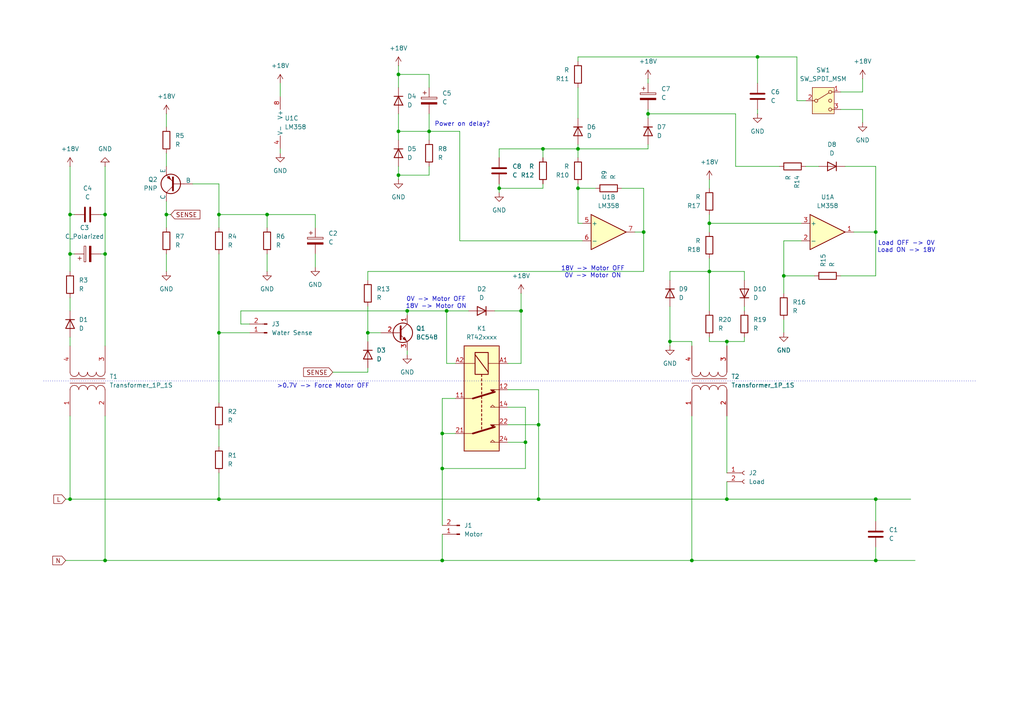
<source format=kicad_sch>
(kicad_sch (version 20231120) (generator "eeschema") (generator_version "8.0")
  (paper "A4")
  (title_block (title "Würth ISS-35s") (date "2024-12-15") (rev "1.0"))
  (lib_symbols
    (symbol "Amplifier_Operational:LM358" (pin_names (offset 0.127))
      (property "Reference" "U" (at 0 5.08 0))
      (property "Value" "LM358" (at 0 -5.08 0))
      (symbol "LM358_1_1"
        (polyline (pts (xy -5.08 5.08) (xy 5.08 0) (xy -5.08 -5.08) (xy -5.08 5.08)) (stroke (width 0.254)) (fill (type background)))
        (pin output line (at 7.62 0 180) (length 2.54) (name "~") (number "1"))
        (pin input line (at -7.62 -2.54 0) (length 2.54) (name "-") (number "2"))
        (pin input line (at -7.62 2.54 0) (length 2.54) (name "+") (number "3"))
      )
      (symbol "LM358_2_1"
        (polyline (pts (xy -5.08 5.08) (xy 5.08 0) (xy -5.08 -5.08) (xy -5.08 5.08)) (stroke (width 0.254)) (fill (type background)))
        (pin input line (at -7.62 2.54 0) (length 2.54) (name "+") (number "5"))
        (pin input line (at -7.62 -2.54 0) (length 2.54) (name "-") (number "6"))
        (pin output line (at 7.62 0 180) (length 2.54) (name "~") (number "7"))
      )
      (symbol "LM358_3_1"
        (pin power_in line (at -2.54 -7.62 90) (length 3.81) (name "V-") (number "4"))
        (pin power_in line (at -2.54 7.62 270) (length 3.81) (name "V+") (number "8"))
      )
    )
    (symbol "Connector:Conn_01x02_Pin" (pin_names (offset 1.016) hide)
      (property "Reference" "J" (at 0 2.54 0))
      (property "Value" "Conn_01x02_Pin" (at 0 -5.08 0))
      (symbol "Conn_01x02_Pin_1_1"
        (polyline (pts (xy 1.27 -2.54) (xy 0.8636 -2.54)) (stroke (width 0.1524)))
        (polyline (pts (xy 1.27 0) (xy 0.8636 0)) (stroke (width 0.1524)))
        (rectangle (start 0.8636 -2.413) (end 0 -2.667) (stroke (width 0.1524)) (fill (type outline)))
        (rectangle (start 0.8636 0.127) (end 0 -0.127) (stroke (width 0.1524)) (fill (type outline)))
        (pin passive line (at 5.08 0 180) (length 3.81) (name "Pin_1") (number "1"))
        (pin passive line (at 5.08 -2.54 180) (length 3.81) (name "Pin_2") (number "2"))
      )
    )
    (symbol "Connector:Conn_01x02_Socket" (pin_names (offset 1.016) hide)
      (property "Reference" "J" (at 0 2.54 0))
      (property "Value" "Conn_01x02_Socket" (at 0 -5.08 0))
      (symbol "Conn_01x02_Socket_1_1"
        (arc (start 0 -2.032) (mid -0.5058 -2.54) (end 0 -3.048) (stroke (width 0.1524)))
        (polyline (pts (xy -1.27 -2.54) (xy -0.508 -2.54)) (stroke (width 0.1524)))
        (polyline (pts (xy -1.27 0) (xy -0.508 0)) (stroke (width 0.1524)))
        (arc (start 0 0.508) (mid -0.5058 0) (end 0 -0.508) (stroke (width 0.1524)))
        (pin passive line (at -5.08 0 0) (length 3.81) (name "Pin_1") (number "1"))
        (pin passive line (at -5.08 -2.54 0) (length 3.81) (name "Pin_2") (number "2"))
      )
    )
    (symbol "Device:C" (pin_numbers hide) (pin_names (offset 0.254))
      (property "Reference" "C" (at 0.635 2.54 0))
      (property "Value" "C" (at 0.635 -2.54 0))
      (symbol "C_0_1"
        (polyline (pts (xy -2.032 -0.762) (xy 2.032 -0.762)) (stroke (width 0.508)))
        (polyline (pts (xy -2.032 0.762) (xy 2.032 0.762)) (stroke (width 0.508)))
      )
      (symbol "C_1_1"
        (pin passive line (at 0 3.81 270) (length 2.794) (name "~") (number "1"))
        (pin passive line (at 0 -3.81 90) (length 2.794) (name "~") (number "2"))
      )
    )
    (symbol "Device:C_Polarized" (pin_numbers hide) (pin_names (offset 0.254))
      (property "Reference" "C" (at 0.635 2.54 0))
      (property "Value" "C_Polarized" (at 0.635 -2.54 0))
      (symbol "C_Polarized_0_1"
        (rectangle (start -2.286 0.508) (end 2.286 1.016))
        (polyline (pts (xy -1.778 2.286) (xy -0.762 2.286)))
        (polyline (pts (xy -1.27 2.794) (xy -1.27 1.778)))
        (rectangle (start 2.286 -0.508) (end -2.286 -1.016) (fill (type outline)))
      )
      (symbol "C_Polarized_1_1"
        (pin passive line (at 0 3.81 270) (length 2.794) (name "~") (number "1"))
        (pin passive line (at 0 -3.81 90) (length 2.794) (name "~") (number "2"))
      )
    )
    (symbol "Device:D" (pin_numbers hide) (pin_names (offset 1.016) hide)
      (property "Reference" "D" (at 0 2.54 0))
      (property "Value" "D" (at 0 -2.54 0))
      (symbol "D_0_1"
        (polyline (pts (xy -1.27 1.27) (xy -1.27 -1.27)) (stroke (width 0.254)))
        (polyline (pts (xy 1.27 0) (xy -1.27 0)))
        (polyline (pts (xy 1.27 1.27) (xy 1.27 -1.27) (xy -1.27 0) (xy 1.27 1.27)) (stroke (width 0.254)))
      )
      (symbol "D_1_1"
        (pin passive line (at -3.81 0 0) (length 2.54) (name "K") (number "1"))
        (pin passive line (at 3.81 0 180) (length 2.54) (name "A") (number "2"))
      )
    )
    (symbol "Device:R" (pin_numbers hide) (pin_names (offset 0))
      (property "Reference" "R" (at 2.032 0 90))
      (property "Value" "R" (at 0 0 90))
      (symbol "R_0_1"
        (rectangle (start -1.016 -2.54) (end 1.016 2.54) (stroke (width 0.254)))
      )
      (symbol "R_1_1"
        (pin passive line (at 0 3.81 270) (length 1.27) (name "~") (number "1"))
        (pin passive line (at 0 -3.81 90) (length 1.27) (name "~") (number "2"))
      )
    )
    (symbol "Device:Transformer_1P_1S" (pin_names (offset 1.016) hide)
      (property "Reference" "T" (at 0 6.35 0))
      (property "Value" "Transformer_1P_1S" (at 0 -7.62 0))
      (symbol "Transformer_1P_1S_0_1"
        (arc (start -2.54 -5.0546) (mid -1.6599 -4.6901) (end -1.27 -3.81))
        (arc (start -2.54 -2.5146) (mid -1.6599 -2.1501) (end -1.27 -1.27))
        (arc (start -2.54 0.0254) (mid -1.6599 0.3899) (end -1.27 1.27))
        (arc (start -2.54 2.5654) (mid -1.6599 2.9299) (end -1.27 3.81))
        (arc (start -1.27 -3.81) (mid -1.642 -2.912) (end -2.54 -2.54))
        (arc (start -1.27 -1.27) (mid -1.642 -0.372) (end -2.54 0))
        (arc (start -1.27 1.27) (mid -1.642 2.168) (end -2.54 2.54))
        (arc (start -1.27 3.81) (mid -1.642 4.708) (end -2.54 5.08))
        (polyline (pts (xy -0.635 5.08) (xy -0.635 -5.08)))
        (polyline (pts (xy 0.635 -5.08) (xy 0.635 5.08)))
        (arc (start 1.2954 -1.27) (mid 1.6599 -2.1501) (end 2.54 -2.5146))
        (arc (start 1.2954 1.27) (mid 1.6599 0.3899) (end 2.54 0.0254))
        (arc (start 1.2954 3.81) (mid 1.6599 2.9299) (end 2.54 2.5654))
        (arc (start 1.3208 -3.81) (mid 1.6853 -4.6901) (end 2.5654 -5.0546))
        (arc (start 2.54 0) (mid 1.642 -0.372) (end 1.2954 -1.27))
        (arc (start 2.54 2.54) (mid 1.642 2.168) (end 1.2954 1.27))
        (arc (start 2.54 5.08) (mid 1.642 4.708) (end 1.2954 3.81))
        (arc (start 2.5654 -2.54) (mid 1.6674 -2.912) (end 1.3208 -3.81))
      )
      (symbol "Transformer_1P_1S_1_1"
        (pin passive line (at -10.16 5.08 0) (length 7.62) (name "AA") (number "1"))
        (pin passive line (at -10.16 -5.08 0) (length 7.62) (name "AB") (number "2"))
        (pin passive line (at 10.16 -5.08 180) (length 7.62) (name "SA") (number "3"))
        (pin passive line (at 10.16 5.08 180) (length 7.62) (name "SB") (number "4"))
      )
    )
    (symbol "Relay:RT42xxxx"
      (property "Reference" "K" (at 16.51 3.81 0))
      (property "Value" "RT42xxxx" (at 16.51 1.27 0))
      (symbol "RT42xxxx_0_1"
        (rectangle (start -15.24 5.08) (end 15.24 -5.08) (stroke (width 0.254)) (fill (type background)))
        (rectangle (start -13.335 1.905) (end -6.985 -1.905) (stroke (width 0.254)))
        (polyline (pts (xy -12.7 -1.905) (xy -7.62 1.905)) (stroke (width 0.254)))
        (polyline (pts (xy -10.16 -5.08) (xy -10.16 -1.905)))
        (polyline (pts (xy -10.16 5.08) (xy -10.16 1.905)))
        (polyline (pts (xy -6.985 0) (xy -6.35 0)) (stroke (width 0.254)))
        (polyline (pts (xy -5.715 0) (xy -5.08 0)) (stroke (width 0.254)))
        (polyline (pts (xy -4.445 0) (xy -3.81 0)) (stroke (width 0.254)))
        (polyline (pts (xy -3.175 0) (xy -2.54 0)) (stroke (width 0.254)))
        (polyline (pts (xy -1.905 0) (xy -1.27 0)) (stroke (width 0.254)))
        (polyline (pts (xy -0.635 0) (xy 0 0)) (stroke (width 0.254)))
        (polyline (pts (xy 0 -2.54) (xy -1.905 3.81)) (stroke (width 0.508)))
        (polyline (pts (xy 0 -2.54) (xy 0 -5.08)))
        (polyline (pts (xy 0.635 0) (xy 1.27 0)) (stroke (width 0.254)))
        (polyline (pts (xy 1.905 0) (xy 2.54 0)) (stroke (width 0.254)))
        (polyline (pts (xy 3.175 0) (xy 3.81 0)) (stroke (width 0.254)))
        (polyline (pts (xy 4.445 0) (xy 5.08 0)) (stroke (width 0.254)))
        (polyline (pts (xy 5.715 0) (xy 6.35 0)) (stroke (width 0.254)))
        (polyline (pts (xy 6.985 0) (xy 7.62 0)) (stroke (width 0.254)))
        (polyline (pts (xy 8.255 0) (xy 8.89 0)) (stroke (width 0.254)))
        (polyline (pts (xy 10.16 -2.54) (xy 8.255 3.81)) (stroke (width 0.508)))
        (polyline (pts (xy 10.16 -2.54) (xy 10.16 -5.08)))
        (polyline (pts (xy -2.54 5.08) (xy -2.54 2.54) (xy -1.905 3.175) (xy -2.54 3.81)) (fill (type outline)))
        (polyline (pts (xy 2.54 5.08) (xy 2.54 2.54) (xy 1.905 3.175) (xy 2.54 3.81)))
        (polyline (pts (xy 7.62 5.08) (xy 7.62 2.54) (xy 8.255 3.175) (xy 7.62 3.81)) (fill (type outline)))
        (polyline (pts (xy 12.7 5.08) (xy 12.7 2.54) (xy 12.065 3.175) (xy 12.7 3.81)))
      )
      (symbol "RT42xxxx_1_1"
        (pin passive line (at 0 -7.62 90) (length 2.54) (name "~") (number "11"))
        (pin passive line (at -2.54 7.62 270) (length 2.54) (name "~") (number "12"))
        (pin passive line (at 2.54 7.62 270) (length 2.54) (name "~") (number "14"))
        (pin passive line (at 10.16 -7.62 90) (length 2.54) (name "~") (number "21"))
        (pin passive line (at 7.62 7.62 270) (length 2.54) (name "~") (number "22"))
        (pin passive line (at 12.7 7.62 270) (length 2.54) (name "~") (number "24"))
        (pin passive line (at -10.16 7.62 270) (length 2.54) (name "~") (number "A1"))
        (pin passive line (at -10.16 -7.62 90) (length 2.54) (name "~") (number "A2"))
      )
    )
    (symbol "Simulation_SPICE:PNP" (pin_numbers hide) (pin_names (offset 0))
      (property "Reference" "Q" (at -2.54 7.62 0))
      (property "Value" "PNP" (at -2.54 5.08 0))
      (symbol "PNP_0_1"
        (polyline (pts (xy -2.54 0) (xy 0.635 0)) (stroke (width 0.1524)))
        (polyline (pts (xy 0.635 0.635) (xy 2.54 2.54)))
        (polyline (pts (xy 0.635 -0.635) (xy 2.54 -2.54) (xy 2.54 -2.54)))
        (polyline (pts (xy 0.635 1.905) (xy 0.635 -1.905) (xy 0.635 -1.905)) (stroke (width 0.508)))
        (polyline (pts (xy 2.286 -1.778) (xy 1.778 -2.286) (xy 1.27 -1.27) (xy 2.286 -1.778) (xy 2.286 -1.778)) (fill (type outline)))
        (circle (center 1.27 0) (radius 2.8194) (stroke (width 0.254)))
      )
      (symbol "PNP_1_1"
        (pin open_collector line (at 2.54 5.08 270) (length 2.54) (name "C") (number "1"))
        (pin input line (at -5.08 0 0) (length 2.54) (name "B") (number "2"))
        (pin open_emitter line (at 2.54 -5.08 90) (length 2.54) (name "E") (number "3"))
      )
    )
    (symbol "Switch:SW_SPDT_MSM" (pin_names (offset 0) hide)
      (property "Reference" "SW" (at 0 5.08 0))
      (property "Value" "SW_SPDT_MSM" (at 0 -5.08 0))
      (symbol "SW_SPDT_MSM_0_1"
        (circle (center -2.032 0) (radius 0.4572))
        (polyline (pts (xy -1.651 0.254) (xy 1.651 2.286)))
        (circle (center 2.032 -2.54) (radius 0.4572))
        (circle (center 2.032 0) (radius 0.4572))
        (circle (center 2.032 2.54) (radius 0.4572))
      )
      (symbol "SW_SPDT_MSM_1_1"
        (rectangle (start -3.175 3.81) (end 3.175 -3.81) (fill (type background)))
        (pin passive line (at 5.08 2.54 180) (length 2.54) (name "1") (number "1"))
        (pin passive line (at -5.08 0 0) (length 2.54) (name "3") (number "2"))
        (pin passive line (at 5.08 -2.54 180) (length 2.54) (name "4") (number "3"))
      )
    )
    (symbol "Transistor_BJT:BC548" (pin_names (offset 0) hide)
      (property "Reference" "Q" (at 5.08 1.905 0))
      (property "Value" "BC548" (at 5.08 0 0))
      (symbol "BC548_0_1"
        (polyline (pts (xy 0 0) (xy 0.635 0)))
        (polyline (pts (xy 0.635 0.635) (xy 2.54 2.54)))
        (polyline (pts (xy 0.635 -0.635) (xy 2.54 -2.54) (xy 2.54 -2.54)))
        (polyline (pts (xy 0.635 1.905) (xy 0.635 -1.905) (xy 0.635 -1.905)) (stroke (width 0.508)))
        (polyline (pts (xy 1.27 -1.778) (xy 1.778 -1.27) (xy 2.286 -2.286) (xy 1.27 -1.778) (xy 1.27 -1.778)) (fill (type outline)))
        (circle (center 1.27 0) (radius 2.8194) (stroke (width 0.254)))
      )
      (symbol "BC548_1_1"
        (pin passive line (at 2.54 5.08 270) (length 2.54) (name "C") (number "1"))
        (pin input line (at -5.08 0 0) (length 5.08) (name "B") (number "2"))
        (pin passive line (at 2.54 -5.08 90) (length 2.54) (name "E") (number "3"))
      )
    )
    (symbol "power:+15V" (power) (pin_numbers hide) (pin_names (offset 0) hide)
      (property "Value" "+15V" (at 0 3.556 0))
      (symbol "+15V_0_1"
        (polyline (pts (xy -0.762 1.27) (xy 0 2.54)))
        (polyline (pts (xy 0 0) (xy 0 2.54)))
        (polyline (pts (xy 0 2.54) (xy 0.762 1.27)))
      )
      (symbol "+15V_1_1"
        (pin power_in line (at 0 0 90) (length 0) (name "~") (number "1"))
      )
    )
    (symbol "power:GND" (power) (pin_numbers hide) (pin_names (offset 0) hide)
      (property "Value" "GND" (at 0 -3.81 0))
      (symbol "GND_0_1"
        (polyline (pts (xy 0 0) (xy 0 -1.27) (xy 1.27 -1.27) (xy 0 -2.54) (xy -1.27 -1.27) (xy 0 -1.27)))
      )
      (symbol "GND_1_1"
        (pin power_in line (at 0 0 270) (length 0) (name "~") (number "1"))
      )
    )
  )
  (junction (at 129.54 90.17))
  (junction (at 205.74 64.77))
  (junction (at 254 162.56))
  (junction (at 63.5 96.52))
  (junction (at 124.46 38.1))
  (junction (at 77.47 62.23))
  (junction (at 63.5 144.78))
  (junction (at 156.21 144.78))
  (junction (at 186.69 67.31))
  (junction (at 152.4 128.27))
  (junction (at 144.78 54.61))
  (junction (at 151.13 90.17))
  (junction (at 210.82 99.06))
  (junction (at 63.5 62.23))
  (junction (at 219.71 16.51))
  (junction (at 254 144.78))
  (junction (at 205.74 78.74))
  (junction (at 20.32 144.78))
  (junction (at 254 67.31))
  (junction (at 48.26 62.23))
  (junction (at 128.27 135.89))
  (junction (at 20.32 62.23))
  (junction (at 115.57 50.8))
  (junction (at 118.11 90.17))
  (junction (at 210.82 144.78))
  (junction (at 200.66 162.56))
  (junction (at 20.32 73.66))
  (junction (at 30.48 62.23))
  (junction (at 167.64 54.61))
  (junction (at 128.27 162.56))
  (junction (at 156.21 123.19))
  (junction (at 106.68 96.52))
  (junction (at 30.48 73.66))
  (junction (at 194.31 99.06))
  (junction (at 115.57 38.1))
  (junction (at 157.48 43.18))
  (junction (at 227.33 80.01))
  (junction (at 115.57 21.59))
  (junction (at 187.96 33.02))
  (junction (at 30.48 162.56))
  (junction (at 167.64 43.18))
  (junction (at 128.27 125.73))
  (wire (pts (xy 167.64 64.77) (xy 167.64 54.61)))
  (polyline (pts (xy 12.7 110.49) (xy 283.21 110.49)) (stroke (width 0) (type dot)))
  (wire (pts (xy 152.4 118.11) (xy 147.32 118.11)))
  (wire (pts (xy 128.27 115.57) (xy 128.27 125.73)))
  (wire (pts (xy 187.96 33.02) (xy 213.36 33.02)))
  (wire (pts (xy 157.48 43.18) (xy 157.48 45.72)))
  (wire (pts (xy 106.68 96.52) (xy 106.68 99.06)))
  (wire (pts (xy 205.74 52.07) (xy 205.74 54.61)))
  (wire (pts (xy 250.19 26.67) (xy 243.84 26.67)))
  (wire (pts (xy 118.11 90.17) (xy 118.11 91.44)))
  (wire (pts (xy 124.46 38.1) (xy 124.46 40.64)))
  (wire (pts (xy 63.5 62.23) (xy 77.47 62.23)))
  (wire (pts (xy 106.68 78.74) (xy 106.68 81.28)))
  (wire (pts (xy 133.35 69.85) (xy 133.35 38.1)))
  (wire (pts (xy 219.71 31.75) (xy 219.71 33.02)))
  (wire (pts (xy 115.57 50.8) (xy 124.46 50.8)))
  (wire (pts (xy 30.48 120.65) (xy 30.48 162.56)))
  (wire (pts (xy 144.78 54.61) (xy 144.78 55.88)))
  (wire (pts (xy 63.5 137.16) (xy 63.5 144.78)))
  (wire (pts (xy 48.26 73.66) (xy 48.26 78.74)))
  (wire (pts (xy 147.32 105.41) (xy 151.13 105.41)))
  (wire (pts (xy 115.57 21.59) (xy 115.57 25.4)))
  (wire (pts (xy 167.64 43.18) (xy 187.96 43.18)))
  (wire (pts (xy 167.64 16.51) (xy 167.64 17.78)))
  (wire (pts (xy 30.48 62.23) (xy 30.48 73.66)))
  (wire (pts (xy 227.33 69.85) (xy 232.41 69.85)))
  (wire (pts (xy 157.48 53.34) (xy 157.48 54.61)))
  (wire (pts (xy 118.11 101.6) (xy 118.11 102.87)))
  (wire (pts (xy 20.32 97.79) (xy 20.32 100.33)))
  (wire (pts (xy 227.33 92.71) (xy 227.33 96.52)))
  (wire (pts (xy 133.35 38.1) (xy 124.46 38.1)))
  (wire (pts (xy 243.84 31.75) (xy 250.19 31.75)))
  (wire (pts (xy 156.21 144.78) (xy 210.82 144.78)))
  (wire (pts (xy 210.82 120.65) (xy 210.82 137.16)))
  (wire (pts (xy 213.36 48.26) (xy 226.06 48.26)))
  (wire (pts (xy 124.46 21.59) (xy 115.57 21.59)))
  (wire (pts (xy 186.69 67.31) (xy 184.15 67.31)))
  (wire (pts (xy 210.82 139.7) (xy 210.82 144.78)))
  (wire (pts (xy 63.5 73.66) (xy 63.5 96.52)))
  (wire (pts (xy 231.14 16.51) (xy 231.14 29.21)))
  (wire (pts (xy 20.32 62.23) (xy 20.32 73.66)))
  (wire (pts (xy 152.4 135.89) (xy 152.4 128.27)))
  (wire (pts (xy 48.26 62.23) (xy 48.26 66.04)))
  (wire (pts (xy 167.64 54.61) (xy 167.64 53.34)))
  (wire (pts (xy 132.08 105.41) (xy 129.54 105.41)))
  (wire (pts (xy 77.47 62.23) (xy 77.47 66.04)))
  (wire (pts (xy 106.68 96.52) (xy 110.49 96.52)))
  (wire (pts (xy 250.19 31.75) (xy 250.19 35.56)))
  (wire (pts (xy 77.47 62.23) (xy 91.44 62.23)))
  (wire (pts (xy 81.28 43.18) (xy 81.28 44.45)))
  (wire (pts (xy 157.48 43.18) (xy 167.64 43.18)))
  (wire (pts (xy 48.26 33.02) (xy 48.26 36.83)))
  (wire (pts (xy 20.32 144.78) (xy 63.5 144.78)))
  (wire (pts (xy 132.08 115.57) (xy 128.27 115.57)))
  (wire (pts (xy 219.71 16.51) (xy 219.71 24.13)))
  (wire (pts (xy 200.66 99.06) (xy 200.66 100.33)))
  (wire (pts (xy 144.78 54.61) (xy 157.48 54.61)))
  (wire (pts (xy 227.33 80.01) (xy 227.33 85.09)))
  (wire (pts (xy 210.82 144.78) (xy 254 144.78)))
  (wire (pts (xy 63.5 124.46) (xy 63.5 129.54)))
  (wire (pts (xy 69.85 93.98) (xy 69.85 90.17)))
  (wire (pts (xy 236.22 80.01) (xy 227.33 80.01)))
  (wire (pts (xy 168.91 69.85) (xy 133.35 69.85)))
  (wire (pts (xy 167.64 16.51) (xy 219.71 16.51)))
  (wire (pts (xy 254 67.31) (xy 254 48.26)))
  (wire (pts (xy 180.34 54.61) (xy 186.69 54.61)))
  (wire (pts (xy 115.57 19.05) (xy 115.57 21.59)))
  (wire (pts (xy 194.31 78.74) (xy 205.74 78.74)))
  (wire (pts (xy 210.82 99.06) (xy 210.82 100.33)))
  (wire (pts (xy 205.74 78.74) (xy 205.74 90.17)))
  (wire (pts (xy 91.44 66.04) (xy 91.44 62.23)))
  (wire (pts (xy 128.27 135.89) (xy 128.27 152.4)))
  (wire (pts (xy 167.64 41.91) (xy 167.64 43.18)))
  (wire (pts (xy 91.44 73.66) (xy 91.44 77.47)))
  (wire (pts (xy 187.96 41.91) (xy 187.96 43.18)))
  (wire (pts (xy 254 67.31) (xy 247.65 67.31)))
  (wire (pts (xy 194.31 99.06) (xy 200.66 99.06)))
  (wire (pts (xy 254 151.13) (xy 254 144.78)))
  (wire (pts (xy 63.5 144.78) (xy 156.21 144.78)))
  (wire (pts (xy 215.9 81.28) (xy 215.9 78.74)))
  (wire (pts (xy 254 144.78) (xy 264.16 144.78)))
  (wire (pts (xy 215.9 99.06) (xy 210.82 99.06)))
  (wire (pts (xy 124.46 25.4) (xy 124.46 21.59)))
  (wire (pts (xy 19.05 144.78) (xy 20.32 144.78)))
  (wire (pts (xy 250.19 22.86) (xy 250.19 26.67)))
  (wire (pts (xy 233.68 48.26) (xy 237.49 48.26)))
  (wire (pts (xy 115.57 48.26) (xy 115.57 50.8)))
  (wire (pts (xy 194.31 99.06) (xy 194.31 100.33)))
  (wire (pts (xy 151.13 105.41) (xy 151.13 90.17)))
  (wire (pts (xy 144.78 53.34) (xy 144.78 54.61)))
  (wire (pts (xy 81.28 24.13) (xy 81.28 27.94)))
  (wire (pts (xy 63.5 53.34) (xy 63.5 62.23)))
  (wire (pts (xy 48.26 58.42) (xy 48.26 62.23)))
  (wire (pts (xy 19.05 162.56) (xy 30.48 162.56)))
  (wire (pts (xy 77.47 73.66) (xy 77.47 78.74)))
  (wire (pts (xy 29.21 73.66) (xy 30.48 73.66)))
  (wire (pts (xy 29.21 62.23) (xy 30.48 62.23)))
  (wire (pts (xy 205.74 74.93) (xy 205.74 78.74)))
  (wire (pts (xy 152.4 128.27) (xy 152.4 118.11)))
  (wire (pts (xy 96.52 107.95) (xy 106.68 107.95)))
  (wire (pts (xy 205.74 78.74) (xy 215.9 78.74)))
  (wire (pts (xy 205.74 64.77) (xy 205.74 67.31)))
  (wire (pts (xy 55.88 53.34) (xy 63.5 53.34)))
  (wire (pts (xy 186.69 54.61) (xy 186.69 67.31)))
  (wire (pts (xy 144.78 43.18) (xy 157.48 43.18)))
  (wire (pts (xy 231.14 29.21) (xy 233.68 29.21)))
  (wire (pts (xy 124.46 50.8) (xy 124.46 48.26)))
  (wire (pts (xy 106.68 107.95) (xy 106.68 106.68)))
  (wire (pts (xy 205.74 97.79) (xy 205.74 99.06)))
  (wire (pts (xy 20.32 48.26) (xy 20.32 62.23)))
  (wire (pts (xy 129.54 105.41) (xy 129.54 90.17)))
  (wire (pts (xy 63.5 96.52) (xy 72.39 96.52)))
  (wire (pts (xy 167.64 25.4) (xy 167.64 34.29)))
  (wire (pts (xy 49.53 62.23) (xy 48.26 62.23)))
  (wire (pts (xy 205.74 62.23) (xy 205.74 64.77)))
  (wire (pts (xy 254 80.01) (xy 254 67.31)))
  (wire (pts (xy 106.68 78.74) (xy 186.69 78.74)))
  (wire (pts (xy 156.21 113.03) (xy 147.32 113.03)))
  (wire (pts (xy 205.74 64.77) (xy 232.41 64.77)))
  (wire (pts (xy 167.64 64.77) (xy 168.91 64.77)))
  (wire (pts (xy 187.96 34.29) (xy 187.96 33.02)))
  (wire (pts (xy 194.31 78.74) (xy 194.31 81.28)))
  (wire (pts (xy 63.5 116.84) (xy 63.5 96.52)))
  (wire (pts (xy 215.9 88.9) (xy 215.9 90.17)))
  (wire (pts (xy 48.26 44.45) (xy 48.26 48.26)))
  (wire (pts (xy 147.32 123.19) (xy 156.21 123.19)))
  (wire (pts (xy 245.11 48.26) (xy 254 48.26)))
  (wire (pts (xy 128.27 125.73) (xy 132.08 125.73)))
  (wire (pts (xy 21.59 73.66) (xy 20.32 73.66)))
  (wire (pts (xy 151.13 90.17) (xy 143.51 90.17)))
  (wire (pts (xy 20.32 73.66) (xy 20.32 78.74)))
  (wire (pts (xy 219.71 16.51) (xy 231.14 16.51)))
  (wire (pts (xy 227.33 80.01) (xy 227.33 69.85)))
  (wire (pts (xy 213.36 33.02) (xy 213.36 48.26)))
  (wire (pts (xy 115.57 38.1) (xy 124.46 38.1)))
  (wire (pts (xy 147.32 128.27) (xy 152.4 128.27)))
  (wire (pts (xy 20.32 120.65) (xy 20.32 144.78)))
  (wire (pts (xy 69.85 90.17) (xy 118.11 90.17)))
  (wire (pts (xy 187.96 22.86) (xy 187.96 24.13)))
  (wire (pts (xy 151.13 85.09) (xy 151.13 90.17)))
  (wire (pts (xy 20.32 62.23) (xy 21.59 62.23)))
  (wire (pts (xy 243.84 80.01) (xy 254 80.01)))
  (wire (pts (xy 186.69 78.74) (xy 186.69 67.31)))
  (wire (pts (xy 167.64 54.61) (xy 172.72 54.61)))
  (wire (pts (xy 156.21 123.19) (xy 156.21 113.03)))
  (wire (pts (xy 128.27 154.94) (xy 128.27 162.56)))
  (wire (pts (xy 200.66 162.56) (xy 254 162.56)))
  (wire (pts (xy 194.31 88.9) (xy 194.31 99.06)))
  (wire (pts (xy 254 158.75) (xy 254 162.56)))
  (wire (pts (xy 30.48 73.66) (xy 30.48 100.33)))
  (wire (pts (xy 128.27 135.89) (xy 152.4 135.89)))
  (wire (pts (xy 167.64 43.18) (xy 167.64 45.72)))
  (wire (pts (xy 30.48 48.26) (xy 30.48 62.23)))
  (wire (pts (xy 20.32 86.36) (xy 20.32 90.17)))
  (wire (pts (xy 30.48 162.56) (xy 128.27 162.56)))
  (wire (pts (xy 128.27 162.56) (xy 200.66 162.56)))
  (wire (pts (xy 254 162.56) (xy 265.43 162.56)))
  (wire (pts (xy 115.57 50.8) (xy 115.57 52.07)))
  (wire (pts (xy 106.68 88.9) (xy 106.68 96.52)))
  (wire (pts (xy 156.21 123.19) (xy 156.21 144.78)))
  (wire (pts (xy 205.74 99.06) (xy 210.82 99.06)))
  (wire (pts (xy 115.57 33.02) (xy 115.57 38.1)))
  (wire (pts (xy 128.27 125.73) (xy 128.27 135.89)))
  (wire (pts (xy 63.5 62.23) (xy 63.5 66.04)))
  (wire (pts (xy 69.85 93.98) (xy 72.39 93.98)))
  (wire (pts (xy 187.96 33.02) (xy 187.96 31.75)))
  (wire (pts (xy 144.78 45.72) (xy 144.78 43.18)))
  (wire (pts (xy 200.66 120.65) (xy 200.66 162.56)))
  (wire (pts (xy 129.54 90.17) (xy 135.89 90.17)))
  (wire (pts (xy 115.57 38.1) (xy 115.57 40.64)))
  (wire (pts (xy 124.46 33.02) (xy 124.46 38.1)))
  (wire (pts (xy 215.9 97.79) (xy 215.9 99.06)))
  (wire (pts (xy 118.11 90.17) (xy 129.54 90.17)))
  (text "Power on delay?" (at 134.112 36.068 0) (effects (font (size 1.27 1.27))))
  (text "18V -> Motor OFF\n0V -> Motor ON" (at 171.958 78.994 0) (effects (font (size 1.27 1.27))))
  (text "0V -> Motor OFF\n18V -> Motor ON" (at 126.492 87.884 0) (effects (font (size 1.27 1.27))))
  (text "Load OFF -> 0V\nLoad ON -> 18V" (at 262.89 71.628 0) (effects (font (size 1.27 1.27))))
  (text ">0.7V -> Force Motor OFF" (at 93.726 112.014 0) (effects (font (size 1.27 1.27))))
  (global_label "L" (shape input) (at 19.05 144.78 180) (property "Intersheetrefs" "${INTERSHEET_REFS}" (effects (hide yes))))
  (global_label "SENSE" (shape input) (at 96.52 107.95 180) (property "Intersheetrefs" "${INTERSHEET_REFS}" (effects (hide yes))))
  (global_label "N" (shape input) (at 19.05 162.56 180) (property "Intersheetrefs" "${INTERSHEET_REFS}" (effects (hide yes))))
  (global_label "SENSE" (shape input) (at 49.53 62.23 0) (property "Intersheetrefs" "${INTERSHEET_REFS}" (effects (hide yes))))
  (symbol (lib_id "power:+15V") (at 20.32 48.26 0) (unit 1)
    (property "Reference" "#PWR01" (effects (hide yes)))
    (property "Value" "+18V" (at 20.32 43.18 0))
    (property "Description" "Power symbol creates a global label with name \"+15V\"" (effects (hide yes)))
  )
  (symbol (lib_id "Device:D") (at 194.31 85.09 270) (unit 1)
    (property "Reference" "D9" (at 196.85 83.8199 90) (effects (justify left)))
    (property "Value" "D" (at 196.85 86.3599 90) (effects (justify left)))
    (property "Description" "Diode" (effects (hide yes)))
    (property "Sim.Device" "D" (effects (hide yes)))
    (property "Sim.Pins" "1=K 2=A" (effects (hide yes)))
  )
  (symbol (lib_id "Connector:Conn_01x02_Pin") (at 133.35 154.94 180) (unit 1)
    (property "Reference" "J1" (at 134.62 152.3999 0) (effects (justify right)))
    (property "Value" "Motor" (at 134.62 154.9399 0) (effects (justify right)))
    (property "Description" "Generic connector, single row, 01x02, script generated" (effects (hide yes)))
  )
  (symbol (lib_id "power:GND") (at 115.57 52.07 0) (unit 1)
    (property "Reference" "#PWR011" (effects (hide yes)))
    (property "Value" "GND" (at 115.57 57.15 0))
    (property "Description" "Power symbol creates a global label with name \"GND\" , ground" (effects (hide yes)))
  )
  (symbol (lib_id "Device:R") (at 205.74 71.12 180) (unit 1)
    (property "Reference" "R18" (at 203.2 72.3901 0) (effects (justify left)))
    (property "Value" "R" (at 203.2 69.8501 0) (effects (justify left)))
    (property "Description" "Resistor" (effects (hide yes)))
  )
  (symbol (lib_id "power:GND") (at 118.11 102.87 0) (unit 1)
    (property "Reference" "#PWR04" (effects (hide yes)))
    (property "Value" "GND" (at 118.11 107.95 0))
    (property "Description" "Power symbol creates a global label with name \"GND\" , ground" (effects (hide yes)))
  )
  (symbol (lib_id "Connector:Conn_01x02_Socket") (at 215.9 137.16 0) (unit 1)
    (property "Reference" "J2" (at 217.17 137.1599 0) (effects (justify left)))
    (property "Value" "Load" (at 217.17 139.6999 0) (effects (justify left)))
    (property "Description" "Generic connector, single row, 01x02, script generated" (effects (hide yes)))
  )
  (symbol (lib_id "power:GND") (at 81.28 44.45 0) (unit 1)
    (property "Reference" "#PWR09" (effects (hide yes)))
    (property "Value" "GND" (at 81.28 49.53 0))
    (property "Description" "Power symbol creates a global label with name \"GND\" , ground" (effects (hide yes)))
  )
  (symbol (lib_id "Transistor_BJT:BC548") (at 115.57 96.52 0) (unit 1)
    (property "Reference" "Q1" (at 120.65 95.2499 0) (effects (justify left)))
    (property "Value" "BC548" (at 120.65 97.7899 0) (effects (justify left)))
    (property "Footprint" "Package_TO_SOT_THT:TO-92_Inline" (effects (hide yes)))
    (property "Datasheet" "https://www.onsemi.com/pub/Collateral/BC550-D.pdf" (effects (hide yes)))
    (property "Description" "0.1A Ic, 30V Vce, Small Signal NPN Transistor, TO-92" (effects (hide yes)))
  )
  (symbol (lib_id "Device:R") (at 157.48 49.53 180) (unit 1)
    (property "Reference" "R12" (at 154.94 50.8001 0) (effects (justify left)))
    (property "Value" "R" (at 154.94 48.2601 0) (effects (justify left)))
    (property "Description" "Resistor" (effects (hide yes)))
  )
  (symbol (lib_id "Device:D") (at 241.3 48.26 180) (unit 1)
    (property "Reference" "D8" (at 241.3 41.91 0))
    (property "Value" "D" (at 241.3 44.45 0))
    (property "Description" "Diode" (effects (hide yes)))
    (property "Sim.Device" "D" (effects (hide yes)))
    (property "Sim.Pins" "1=K 2=A" (effects (hide yes)))
  )
  (symbol (lib_id "power:GND") (at 219.71 33.02 0) (unit 1)
    (property "Reference" "#PWR014" (effects (hide yes)))
    (property "Value" "GND" (at 219.71 38.1 0))
    (property "Description" "Power symbol creates a global label with name \"GND\" , ground" (effects (hide yes)))
  )
  (symbol (lib_id "Device:R") (at 229.87 48.26 270) (unit 1)
    (property "Reference" "R14" (at 231.1401 50.8 0) (effects (justify left)))
    (property "Value" "R" (at 228.6001 50.8 0) (effects (justify left)))
    (property "Description" "Resistor" (effects (hide yes)))
  )
  (symbol (lib_id "Device:R") (at 106.68 85.09 0) (unit 1)
    (property "Reference" "R13" (at 109.22 83.8199 0) (effects (justify left)))
    (property "Value" "R" (at 109.22 86.3599 0) (effects (justify left)))
    (property "Description" "Resistor" (effects (hide yes)))
  )
  (symbol (lib_id "Device:C") (at 254 154.94 0) (unit 1)
    (property "Reference" "C1" (at 257.81 153.6699 0) (effects (justify left)))
    (property "Value" "C" (at 257.81 156.2099 0) (effects (justify left)))
    (property "Description" "Unpolarized capacitor" (effects (hide yes)))
  )
  (symbol (lib_id "Device:D") (at 139.7 90.17 180) (unit 1)
    (property "Reference" "D2" (at 139.7 83.82 0))
    (property "Value" "D" (at 139.7 86.36 0))
    (property "Description" "Diode" (effects (hide yes)))
    (property "Sim.Device" "D" (effects (hide yes)))
    (property "Sim.Pins" "1=K 2=A" (effects (hide yes)))
  )
  (symbol (lib_id "Device:D") (at 106.68 102.87 270) (unit 1)
    (property "Reference" "D3" (at 109.22 101.5999 90) (effects (justify left)))
    (property "Value" "D" (at 109.22 104.1399 90) (effects (justify left)))
    (property "Description" "Diode" (effects (hide yes)))
    (property "Sim.Device" "D" (effects (hide yes)))
    (property "Sim.Pins" "1=K 2=A" (effects (hide yes)))
  )
  (symbol (lib_id "Device:R") (at 205.74 58.42 180) (unit 1)
    (property "Reference" "R17" (at 203.2 59.6901 0) (effects (justify left)))
    (property "Value" "R" (at 203.2 57.1501 0) (effects (justify left)))
    (property "Description" "Resistor" (effects (hide yes)))
  )
  (symbol (lib_id "Device:R") (at 240.03 80.01 90) (unit 1)
    (property "Reference" "R15" (at 238.7599 77.47 0) (effects (justify left)))
    (property "Value" "R" (at 241.2999 77.47 0) (effects (justify left)))
    (property "Description" "Resistor" (effects (hide yes)))
  )
  (symbol (lib_id "Device:C") (at 25.4 62.23 90) (unit 1)
    (property "Reference" "C4" (at 25.4 54.61 90))
    (property "Value" "C" (at 25.4 57.15 90))
    (property "Description" "Unpolarized capacitor" (effects (hide yes)))
  )
  (symbol (lib_id "Device:R") (at 48.26 69.85 0) (unit 1)
    (property "Reference" "R7" (at 50.8 68.5799 0) (effects (justify left)))
    (property "Value" "R" (at 50.8 71.1199 0) (effects (justify left)))
    (property "Description" "Resistor" (effects (hide yes)))
  )
  (symbol (lib_id "Device:R") (at 63.5 120.65 0) (unit 1)
    (property "Reference" "R2" (at 66.04 119.3799 0) (effects (justify left)))
    (property "Value" "R" (at 66.04 121.9199 0) (effects (justify left)))
    (property "Description" "Resistor" (effects (hide yes)))
  )
  (symbol (lib_id "Device:C_Polarized") (at 91.44 69.85 0) (unit 1)
    (property "Reference" "C2" (at 95.25 67.6909 0) (effects (justify left)))
    (property "Value" "C" (at 95.25 70.2309 0) (effects (justify left)))
    (property "Description" "Polarized capacitor" (effects (hide yes)))
  )
  (symbol (lib_id "power:+15V") (at 151.13 85.09 0) (unit 1)
    (property "Reference" "#PWR03" (effects (hide yes)))
    (property "Value" "+18V" (at 151.13 80.01 0))
    (property "Description" "Power symbol creates a global label with name \"+15V\"" (effects (hide yes)))
  )
  (symbol (lib_id "Amplifier_Operational:LM358") (at 240.03 67.31 0) (unit 1)
    (property "Reference" "U1" (at 240.03 57.15 0))
    (property "Value" "LM358" (at 240.03 59.69 0))
    (property "Datasheet" "http://www.ti.com/lit/ds/symlink/lm2904-n.pdf" (effects (hide yes)))
    (property "Description" "Low-Power, Dual Operational Amplifiers, DIP-8/SOIC-8/TO-99-8" (effects (hide yes)))
  )
  (symbol (lib_id "Device:D") (at 187.96 38.1 270) (unit 1)
    (property "Reference" "D7" (at 190.5 36.8299 90) (effects (justify left)))
    (property "Value" "D" (at 190.5 39.3699 90) (effects (justify left)))
    (property "Description" "Diode" (effects (hide yes)))
    (property "Sim.Device" "D" (effects (hide yes)))
    (property "Sim.Pins" "1=K 2=A" (effects (hide yes)))
  )
  (symbol (lib_id "Device:D") (at 215.9 85.09 90) (unit 1)
    (property "Reference" "D10" (at 218.44 83.8199 90) (effects (justify right)))
    (property "Value" "D" (at 218.44 86.3599 90) (effects (justify right)))
    (property "Description" "Diode" (effects (hide yes)))
    (property "Sim.Device" "D" (effects (hide yes)))
    (property "Sim.Pins" "1=K 2=A" (effects (hide yes)))
  )
  (symbol (lib_id "Device:Transformer_1P_1S") (at 205.74 110.49 90) (unit 1)
    (property "Reference" "T2" (at 212.09 109.2072 90) (effects (justify right)))
    (property "Value" "Transformer_1P_1S" (at 212.09 111.7472 90) (effects (justify right)))
    (property "Description" "Transformer, single primary, single secondary" (effects (hide yes)))
  )
  (symbol (lib_id "Switch:SW_SPDT_MSM") (at 238.76 29.21 0) (unit 1)
    (property "Reference" "SW1" (at 238.76 20.32 0))
    (property "Value" "SW_SPDT_MSM" (at 238.76 22.86 0))
    (property "Description" "Switch, single pole double throw, center OFF position" (effects (hide yes)))
  )
  (symbol (lib_id "Device:R") (at 167.64 49.53 180) (unit 1)
    (property "Reference" "R10" (at 165.1 50.8001 0) (effects (justify left)))
    (property "Value" "R" (at 165.1 48.2601 0) (effects (justify left)))
    (property "Description" "Resistor" (effects (hide yes)))
  )
  (symbol (lib_id "Device:R") (at 167.64 21.59 180) (unit 1)
    (property "Reference" "R11" (at 165.1 22.8601 0) (effects (justify left)))
    (property "Value" "R" (at 165.1 20.3201 0) (effects (justify left)))
    (property "Description" "Resistor" (effects (hide yes)))
  )
  (symbol (lib_id "power:+15V") (at 205.74 52.07 0) (unit 1)
    (property "Reference" "#PWR019" (effects (hide yes)))
    (property "Value" "+18V" (at 205.74 46.99 0))
    (property "Description" "Power symbol creates a global label with name \"+15V\"" (effects (hide yes)))
  )
  (symbol (lib_id "power:GND") (at 194.31 100.33 0) (unit 1)
    (property "Reference" "#PWR020" (effects (hide yes)))
    (property "Value" "GND" (at 194.31 105.41 0))
    (property "Description" "Power symbol creates a global label with name \"GND\" , ground" (effects (hide yes)))
  )
  (symbol (lib_id "power:+15V") (at 81.28 24.13 0) (unit 1)
    (property "Reference" "#PWR010" (effects (hide yes)))
    (property "Value" "+18V" (at 81.28 19.05 0))
    (property "Description" "Power symbol creates a global label with name \"+15V\"" (effects (hide yes)))
  )
  (symbol (lib_id "Connector:Conn_01x02_Pin") (at 77.47 96.52 180) (unit 1)
    (property "Reference" "J3" (at 78.74 93.9799 0) (effects (justify right)))
    (property "Value" "Water Sense" (at 78.74 96.5199 0) (effects (justify right)))
    (property "Description" "Generic connector, single row, 01x02, script generated" (effects (hide yes)))
  )
  (symbol (lib_id "Device:R") (at 20.32 82.55 0) (unit 1)
    (property "Reference" "R3" (at 22.86 81.2799 0) (effects (justify left)))
    (property "Value" "R" (at 22.86 83.8199 0) (effects (justify left)))
    (property "Description" "Resistor" (effects (hide yes)))
  )
  (symbol (lib_id "Amplifier_Operational:LM358") (at 83.82 35.56 0) (unit 3)
    (property "Reference" "U1" (at 82.55 34.2899 0) (effects (justify left)))
    (property "Value" "LM358" (at 82.55 36.8299 0) (effects (justify left)))
    (property "Datasheet" "http://www.ti.com/lit/ds/symlink/lm2904-n.pdf" (effects (hide yes)))
    (property "Description" "Low-Power, Dual Operational Amplifiers, DIP-8/SOIC-8/TO-99-8" (effects (hide yes)))
  )
  (symbol (lib_id "Device:R") (at 227.33 88.9 0) (unit 1)
    (property "Reference" "R16" (at 229.87 87.6299 0) (effects (justify left)))
    (property "Value" "R" (at 229.87 90.1699 0) (effects (justify left)))
    (property "Description" "Resistor" (effects (hide yes)))
  )
  (symbol (lib_id "Device:D") (at 20.32 93.98 270) (unit 1)
    (property "Reference" "D1" (at 22.86 92.7099 90) (effects (justify left)))
    (property "Value" "D" (at 22.86 95.2499 90) (effects (justify left)))
    (property "Description" "Diode" (effects (hide yes)))
    (property "Sim.Device" "D" (effects (hide yes)))
    (property "Sim.Pins" "1=K 2=A" (effects (hide yes)))
  )
  (symbol (lib_id "Device:C_Polarized") (at 124.46 29.21 0) (unit 1)
    (property "Reference" "C5" (at 128.27 27.0509 0) (effects (justify left)))
    (property "Value" "C" (at 128.27 29.5909 0) (effects (justify left)))
    (property "Description" "Polarized capacitor" (effects (hide yes)))
  )
  (symbol (lib_id "Device:R") (at 124.46 44.45 0) (unit 1)
    (property "Reference" "R8" (at 127 43.1799 0) (effects (justify left)))
    (property "Value" "R" (at 127 45.7199 0) (effects (justify left)))
    (property "Description" "Resistor" (effects (hide yes)))
  )
  (symbol (lib_id "power:+15V") (at 250.19 22.86 0) (unit 1)
    (property "Reference" "#PWR013" (effects (hide yes)))
    (property "Value" "+18V" (at 250.19 17.78 0))
    (property "Description" "Power symbol creates a global label with name \"+15V\"" (effects (hide yes)))
  )
  (symbol (lib_id "power:+15V") (at 48.26 33.02 0) (unit 1)
    (property "Reference" "#PWR06" (effects (hide yes)))
    (property "Value" "+18V" (at 48.26 27.94 0))
    (property "Description" "Power symbol creates a global label with name \"+15V\"" (effects (hide yes)))
  )
  (symbol (lib_id "Simulation_SPICE:PNP") (at 50.8 53.34 180) (unit 1)
    (property "Reference" "Q2" (at 45.72 52.0699 0) (effects (justify left)))
    (property "Value" "PNP" (at 45.72 54.6099 0) (effects (justify left)))
    (property "Datasheet" "https://ngspice.sourceforge.io/docs/ngspice-html-manual/manual.xhtml#cha_BJTs" (effects (hide yes)))
    (property "Description" "Bipolar transistor symbol for simulation only, substrate tied to the emitter" (effects (hide yes)))
    (property "Sim.Device" "PNP" (effects (hide yes)))
    (property "Sim.Type" "GUMMELPOON" (effects (hide yes)))
    (property "Sim.Pins" "1=C 2=B 3=E" (effects (hide yes)))
  )
  (symbol (lib_id "Device:D") (at 115.57 44.45 270) (unit 1)
    (property "Reference" "D5" (at 118.11 43.1799 90) (effects (justify left)))
    (property "Value" "D" (at 118.11 45.7199 90) (effects (justify left)))
    (property "Description" "Diode" (effects (hide yes)))
    (property "Sim.Device" "D" (effects (hide yes)))
    (property "Sim.Pins" "1=K 2=A" (effects (hide yes)))
  )
  (symbol (lib_id "Device:Transformer_1P_1S") (at 25.4 110.49 90) (unit 1)
    (property "Reference" "T1" (at 31.75 109.2072 90) (effects (justify right)))
    (property "Value" "Transformer_1P_1S" (at 31.75 111.7472 90) (effects (justify right)))
    (property "Description" "Transformer, single primary, single secondary" (effects (hide yes)))
  )
  (symbol (lib_id "Device:R") (at 77.47 69.85 0) (unit 1)
    (property "Reference" "R6" (at 80.01 68.5799 0) (effects (justify left)))
    (property "Value" "R" (at 80.01 71.1199 0) (effects (justify left)))
    (property "Description" "Resistor" (effects (hide yes)))
  )
  (symbol (lib_id "power:GND") (at 144.78 55.88 0) (unit 1)
    (property "Reference" "#PWR016" (effects (hide yes)))
    (property "Value" "GND" (at 144.78 60.96 0))
    (property "Description" "Power symbol creates a global label with name \"GND\" , ground" (effects (hide yes)))
  )
  (symbol (lib_id "Amplifier_Operational:LM358") (at 176.53 67.31 0) (unit 2)
    (property "Reference" "U1" (at 176.53 57.15 0))
    (property "Value" "LM358" (at 176.53 59.69 0))
    (property "Datasheet" "http://www.ti.com/lit/ds/symlink/lm2904-n.pdf" (effects (hide yes)))
    (property "Description" "Low-Power, Dual Operational Amplifiers, DIP-8/SOIC-8/TO-99-8" (effects (hide yes)))
  )
  (symbol (lib_id "Device:R") (at 215.9 93.98 0) (unit 1)
    (property "Reference" "R19" (at 218.44 92.7099 0) (effects (justify left)))
    (property "Value" "R" (at 218.44 95.2499 0) (effects (justify left)))
    (property "Description" "Resistor" (effects (hide yes)))
  )
  (symbol (lib_id "power:GND") (at 250.19 35.56 0) (unit 1)
    (property "Reference" "#PWR017" (effects (hide yes)))
    (property "Value" "GND" (at 250.19 40.64 0))
    (property "Description" "Power symbol creates a global label with name \"GND\" , ground" (effects (hide yes)))
  )
  (symbol (lib_id "Device:D") (at 167.64 38.1 270) (unit 1)
    (property "Reference" "D6" (at 170.18 36.8299 90) (effects (justify left)))
    (property "Value" "D" (at 170.18 39.3699 90) (effects (justify left)))
    (property "Description" "Diode" (effects (hide yes)))
    (property "Sim.Device" "D" (effects (hide yes)))
    (property "Sim.Pins" "1=K 2=A" (effects (hide yes)))
  )
  (symbol (lib_id "power:GND") (at 77.47 78.74 0) (unit 1)
    (property "Reference" "#PWR07" (effects (hide yes)))
    (property "Value" "GND" (at 77.47 83.82 0))
    (property "Description" "Power symbol creates a global label with name \"GND\" , ground" (effects (hide yes)))
  )
  (symbol (lib_id "Device:C") (at 144.78 49.53 180) (unit 1)
    (property "Reference" "C8" (at 148.59 48.2599 0) (effects (justify right)))
    (property "Value" "C" (at 148.59 50.7999 0) (effects (justify right)))
    (property "Description" "Unpolarized capacitor" (effects (hide yes)))
  )
  (symbol (lib_id "Device:R") (at 63.5 133.35 0) (unit 1)
    (property "Reference" "R1" (at 66.04 132.0799 0) (effects (justify left)))
    (property "Value" "R" (at 66.04 134.6199 0) (effects (justify left)))
    (property "Description" "Resistor" (effects (hide yes)))
  )
  (symbol (lib_id "Device:D") (at 115.57 29.21 270) (unit 1)
    (property "Reference" "D4" (at 118.11 27.9399 90) (effects (justify left)))
    (property "Value" "D" (at 118.11 30.4799 90) (effects (justify left)))
    (property "Description" "Diode" (effects (hide yes)))
    (property "Sim.Device" "D" (effects (hide yes)))
    (property "Sim.Pins" "1=K 2=A" (effects (hide yes)))
  )
  (symbol (lib_id "Device:C_Polarized") (at 187.96 27.94 0) (unit 1)
    (property "Reference" "C7" (at 191.77 25.7809 0) (effects (justify left)))
    (property "Value" "C" (at 191.77 28.3209 0) (effects (justify left)))
    (property "Description" "Polarized capacitor" (effects (hide yes)))
  )
  (symbol (lib_id "power:GND") (at 30.48 48.26 180) (unit 1)
    (property "Reference" "#PWR02" (effects (hide yes)))
    (property "Value" "GND" (at 30.48 43.18 0))
    (property "Description" "Power symbol creates a global label with name \"GND\" , ground" (effects (hide yes)))
  )
  (symbol (lib_id "Device:R") (at 48.26 40.64 0) (unit 1)
    (property "Reference" "R5" (at 50.8 39.3699 0) (effects (justify left)))
    (property "Value" "R" (at 50.8 41.9099 0) (effects (justify left)))
    (property "Description" "Resistor" (effects (hide yes)))
  )
  (symbol (lib_id "Device:R") (at 205.74 93.98 0) (unit 1)
    (property "Reference" "R20" (at 208.28 92.7099 0) (effects (justify left)))
    (property "Value" "R" (at 208.28 95.2499 0) (effects (justify left)))
    (property "Description" "Resistor" (effects (hide yes)))
  )
  (symbol (lib_id "Device:C_Polarized") (at 25.4 73.66 90) (unit 1)
    (property "Reference" "C3" (at 24.511 66.04 90))
    (property "Value" "C_Polarized" (at 24.511 68.58 90))
    (property "Description" "Polarized capacitor" (effects (hide yes)))
  )
  (symbol (lib_id "power:GND") (at 48.26 78.74 0) (unit 1)
    (property "Reference" "#PWR08" (effects (hide yes)))
    (property "Value" "GND" (at 48.26 83.82 0))
    (property "Description" "Power symbol creates a global label with name \"GND\" , ground" (effects (hide yes)))
  )
  (symbol (lib_id "power:+15V") (at 187.96 22.86 0) (unit 1)
    (property "Reference" "#PWR015" (effects (hide yes)))
    (property "Value" "+18V" (at 187.96 17.78 0))
    (property "Description" "Power symbol creates a global label with name \"+15V\"" (effects (hide yes)))
  )
  (symbol (lib_id "Relay:RT42xxxx") (at 139.7 115.57 270) (unit 1)
    (property "Reference" "K1" (at 139.7 95.25 90))
    (property "Value" "RT42xxxx" (at 139.7 97.79 90))
    (property "Footprint" "Relay_THT:Relay_DPDT_Schrack-RT2-FormC_RM5mm" (effects (hide yes)))
    (property "Datasheet" "http://www.te.com/commerce/DocumentDelivery/DDEController?Action=showdoc&DocId=Data+Sheet%7FRT2%7F1014%7Fpdf%7FEnglish%7FENG_DS_RT2_1014.pdf%7F6-1393243-3" (effects (hide yes)))
    (property "Description" "Schrack RT2 relay, monostable dual pole dual throw, DC or AC coil" (effects (hide yes)))
  )
  (symbol (lib_id "Device:R") (at 63.5 69.85 0) (unit 1)
    (property "Reference" "R4" (at 66.04 68.5799 0) (effects (justify left)))
    (property "Value" "R" (at 66.04 71.1199 0) (effects (justify left)))
    (property "Description" "Resistor" (effects (hide yes)))
  )
  (symbol (lib_id "power:GND") (at 91.44 77.47 0) (unit 1)
    (property "Reference" "#PWR05" (effects (hide yes)))
    (property "Value" "GND" (at 91.44 82.55 0))
    (property "Description" "Power symbol creates a global label with name \"GND\" , ground" (effects (hide yes)))
  )
  (symbol (lib_id "power:+15V") (at 115.57 19.05 0) (unit 1)
    (property "Reference" "#PWR012" (effects (hide yes)))
    (property "Value" "+18V" (at 115.57 13.97 0))
    (property "Description" "Power symbol creates a global label with name \"+15V\"" (effects (hide yes)))
  )
  (symbol (lib_id "power:GND") (at 227.33 96.52 0) (unit 1)
    (property "Reference" "#PWR018" (effects (hide yes)))
    (property "Value" "GND" (at 227.33 101.6 0))
    (property "Description" "Power symbol creates a global label with name \"GND\" , ground" (effects (hide yes)))
  )
  (symbol (lib_id "Device:C") (at 219.71 27.94 180) (unit 1)
    (property "Reference" "C6" (at 223.52 26.6699 0) (effects (justify right)))
    (property "Value" "C" (at 223.52 29.2099 0) (effects (justify right)))
    (property "Description" "Unpolarized capacitor" (effects (hide yes)))
  )
  (symbol (lib_id "Device:R") (at 176.53 54.61 90) (unit 1)
    (property "Reference" "R9" (at 175.2599 52.07 0) (effects (justify left)))
    (property "Value" "R" (at 177.7999 52.07 0) (effects (justify left)))
    (property "Description" "Resistor" (effects (hide yes)))
  )
)
</source>
